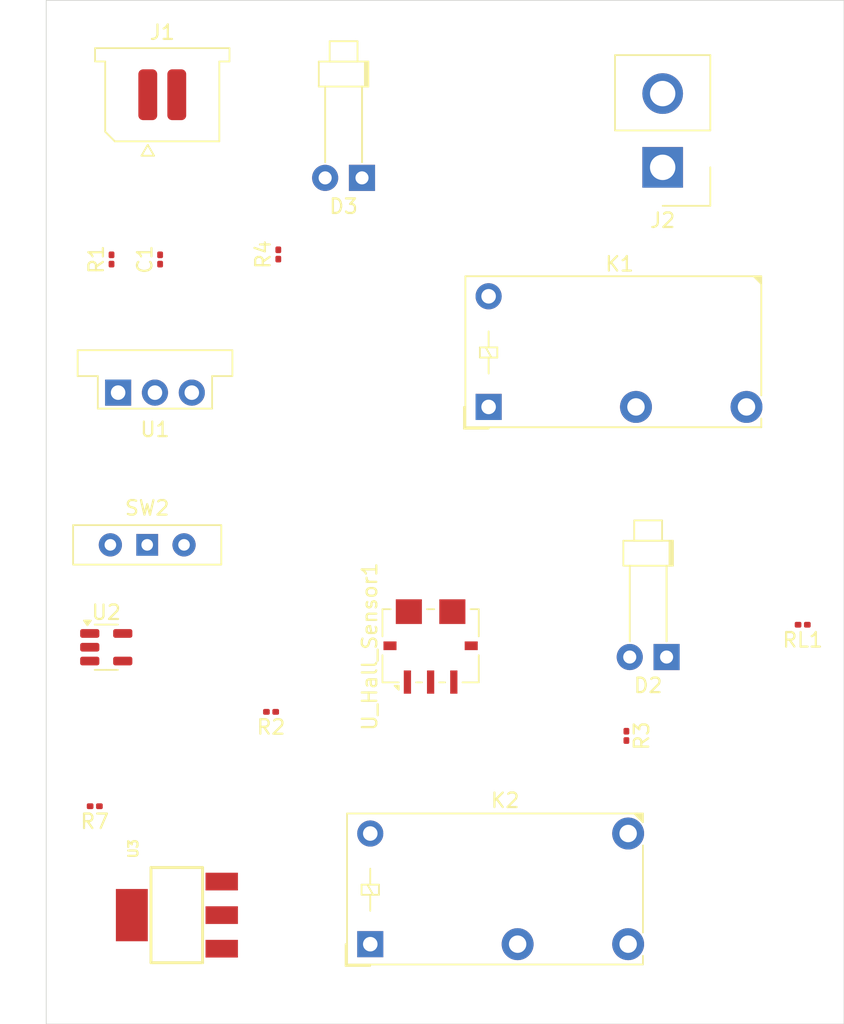
<source format=kicad_pcb>
(kicad_pcb (version 20241229) (generator "pcbnew") (generator_version "9.0")
  (layers (0 "F.Cu" signal) (2 "B.Cu" signal) (13 "F.Paste" user) (15 "B.Paste" user) (5 "F.SilkS" user "F.Silkscreen") (7 "B.SilkS" user "B.Silkscreen") (1 "F.Mask" user) (3 "B.Mask" user) (25 "Edge.Cuts" user))
  (net 0 "")
  (net 1 "Net-(C1-Pad1)")
  (net 2 "GND")
  (net 3 "Net-(D2-A)")
  (net 4 "Net-(D3-A)")
  (net 5 "Net-(J1-Pin_1)")
  (net 7 "/A1_m")
  (net 8 "/5V")
  (net 9 "Net-(K2-PadA1)")
  (net 10 "/36V")
  (net 11 "/VCC")
  (net 12 "/Monitor/556m")
  (net 14 "/SENS")
  (net 15 "Net-(U2-Pad4)")
  (footprint "SCR:SOT223" (layer "F.Cu") (at 91.5 86 90)
    (property "Reference" "U3" (at 4.572 -2.9972 90) (layer "F.SilkS") (effects (font (size 0.64 0.64))))
    (property "Value" "SCR")
    (fp_line (start 3.277 -1.778) (end 3.277 1.778) (stroke (width 0.2032)) (layer "F.SilkS"))
    (fp_line (start -3.277 -1.778) (end 3.277 -1.778) (stroke (width 0.2032)) (layer "F.SilkS"))
    (fp_line (start 3.277 1.778) (end -3.277 1.778) (stroke (width 0.2032)) (layer "F.SilkS"))
    (fp_line (start -3.277 1.778) (end -3.277 -1.778) (stroke (width 0.2032)) (layer "F.SilkS"))
    (pad "1" smd rect (at -2.311 3.099 90) (size 1.219 2.235) (layers "F.Cu" "F.Mask" "F.Paste") (net 9 "Net-(K2-PadA1)"))
    (pad "2" smd rect (at 0 3.099 90) (size 1.219 2.235) (layers "F.Cu" "F.Mask" "F.Paste") (net 8 "/5V"))
    (pad "3" smd rect (at 2.311 3.099 90) (size 1.219 2.235) (layers "F.Cu" "F.Mask" "F.Paste") (net 15 "Net-(U2-Pad4)"))
    (pad "4" smd rect (at 0 -3.099 90) (size 3.6 2.2) (layers "F.Cu" "F.Mask" "F.Paste") (net 8 "/5V"))
  )
  (footprint "Resistor_SMD:R_0201_0603Metric" (layer "F.Cu") (at 87 40.845 90)
    (property "Reference" "R1" (at 0 -1.05 90) (layer "F.SilkS"))
    (property "Value" "1K")
    (pad "1" smd roundrect (at -0.32 0 90) (size 0.46 0.4) (layers "F.Cu" "F.Mask") (net 5 "Net-(J1-Pin_1)"))
    (pad "2" smd roundrect (at 0.32 0 90) (size 0.46 0.4) (layers "F.Cu" "F.Mask") (net 1 "Net-(C1-Pad1)"))
  )
  (footprint "Resistor_SMD:R_0201_0603Metric" (layer "F.Cu") (at 85.845 78.5 180)
    (property "Reference" "R7" (at 0 -1.05 0) (layer "F.SilkS"))
    (property "Value" "80")
    (pad "1" smd roundrect (at -0.32 0 180) (size 0.46 0.4) (layers "F.Cu" "F.Mask") (net 8 "/5V"))
    (pad "2" smd roundrect (at 0.32 0 180) (size 0.46 0.4) (layers "F.Cu" "F.Mask") (net 12 "/Monitor/556m"))
  )
  (footprint "LED_THT:LED_D1.8mm_W1.8mm_H2.4mm_Horizontal_O6.35mm_Z4.9mm" (layer "F.Cu") (at 104.27 35.225 180)
    (property "Reference" "D3" (at 1.27 -1.96 0) (layer "F.SilkS"))
    (property "Value" "LED")
    (fp_line (start 2.98 8.01) (end 2.98 6.29) (stroke (width 0.12)) (layer "F.SilkS"))
    (fp_line (start 2.98 6.29) (end -0.44 6.29) (stroke (width 0.12)) (layer "F.SilkS"))
    (fp_line (start 2.54 6.29) (end 2.54 6.29) (stroke (width 0.12)) (layer "F.SilkS"))
    (fp_line (start 2.54 6.29) (end 2.54 1.08) (stroke (width 0.12)) (layer "F.SilkS"))
    (fp_line (start 2.54 1.08) (end 2.54 6.29) (stroke (width 0.12)) (layer "F.SilkS"))
    (fp_line (start 2.54 1.08) (end 2.54 1.08) (stroke (width 0.12)) (layer "F.SilkS"))
    (fp_line (start 2.23 9.41) (end 2.23 8.01) (stroke (width 0.12)) (layer "F.SilkS"))
    (fp_line (start 2.23 8.01) (end 0.31 8.01) (stroke (width 0.12)) (layer "F.SilkS"))
    (fp_line (start 0.31 9.41) (end 2.23 9.41) (stroke (width 0.12)) (layer "F.SilkS"))
    (fp_line (start 0.31 8.01) (end 0.31 9.41) (stroke (width 0.12)) (layer "F.SilkS"))
    (fp_line (start 0 6.29) (end 0 6.29) (stroke (width 0.12)) (layer "F.SilkS"))
    (fp_line (start 0 6.29) (end 0 1.08) (stroke (width 0.12)) (layer "F.SilkS"))
    (fp_line (start 0 1.08) (end 0 6.29) (stroke (width 0.12)) (layer "F.SilkS"))
    (fp_line (start 0 1.08) (end 0 1.08) (stroke (width 0.12)) (layer "F.SilkS"))
    (fp_line (start -0.2 6.29) (end -0.2 8.01) (stroke (width 0.12)) (layer "F.SilkS"))
    (fp_line (start -0.32 6.29) (end -0.32 8.01) (stroke (width 0.12)) (layer "F.SilkS"))
    (fp_line (start -0.44 8.01) (end 2.98 8.01) (stroke (width 0.12)) (layer "F.SilkS"))
    (fp_line (start -0.44 6.29) (end -0.44 8.01) (stroke (width 0.12)) (layer "F.SilkS"))
    (pad "1" thru_hole rect (at 0 0 180) (size 1.8 1.8) (drill 0.9) (layers "*.Cu" "*.Mask") (net 2 "GND"))
    (pad "2" thru_hole circle (at 2.54 0 180) (size 1.8 1.8) (drill 0.9) (layers "*.Cu" "*.Mask") (net 4 "Net-(D3-A)"))
  )
  (footprint "Converter_DCDC:Converter_DCDC_Murata_OKI-78SR_Vertical" (layer "F.Cu") (at 87.455 50.015)
    (property "Reference" "U1" (at 2.54 2.54 180) (layer "F.SilkS"))
    (property "Value" "OKI-78SR-5_1.5-W36-C")
    (fp_line (start -2.79 -2.92) (end -2.79 -1.14) (stroke (width 0.12)) (layer "F.SilkS"))
    (fp_line (start -1.4 -1.14) (end -2.79 -1.14) (stroke (width 0.12)) (layer "F.SilkS"))
    (fp_line (start -1.4 1.1) (end -1.4 -1.14) (stroke (width 0.12)) (layer "F.SilkS"))
    (fp_line (start 6.48 -1.14) (end 6.48 1.1) (stroke (width 0.12)) (layer "F.SilkS"))
    (fp_line (start 6.48 1.1) (end -1.4 1.1) (stroke (width 0.12)) (layer "F.SilkS"))
    (fp_line (start 7.88 -2.92) (end -2.79 -2.92) (stroke (width 0.12)) (layer "F.SilkS"))
    (fp_line (start 7.88 -1.15) (end 7.88 -2.92) (stroke (width 0.12)) (layer "F.SilkS"))
    (fp_line (start 7.88 -1.14) (end 6.48 -1.14) (stroke (width 0.12)) (layer "F.SilkS"))
    (pad "1" thru_hole rect (at 0 0) (size 1.8 1.8) (drill 1) (layers "*.Cu" "*.Mask") (net 5 "Net-(J1-Pin_1)"))
    (pad "2" thru_hole circle (at 2.54 0) (size 1.8 1.8) (drill 1) (layers "*.Cu" "*.Mask") (net 2 "GND"))
    (pad "3" thru_hole circle (at 5.08 0) (size 1.8 1.8) (drill 1) (layers "*.Cu" "*.Mask") (net 8 "/5V"))
  )
  (footprint "Connector_Samtec_HPM_THT:Samtec_HPM-02-01-x-S_Straight_1x02_Pitch5.08mm" (layer "F.Cu") (at 125 34.5 180)
    (property "Reference" "J2" (at 0 -3.65 0) (layer "F.SilkS"))
    (property "Value" "Conn_01x02_Pin")
    (fp_line (start 3.285 2.54) (end 3.285 7.73) (stroke (width 0.12)) (layer "F.SilkS"))
    (fp_line (start -3.285 7.73) (end 3.285 7.73) (stroke (width 0.12)) (layer "F.SilkS"))
    (fp_line (start -3.285 2.54) (end 3.285 2.54) (stroke (width 0.12)) (layer "F.SilkS"))
    (fp_line (start -3.285 2.54) (end -3.285 7.73) (stroke (width 0.12)) (layer "F.SilkS"))
    (fp_line (start -3.285 0) (end -3.285 -2.65) (stroke (width 0.12)) (layer "F.SilkS"))
    (fp_line (start -3.285 -2.65) (end 0 -2.65) (stroke (width 0.12)) (layer "F.SilkS"))
    (pad "1" thru_hole rect (at 0 0 180) (size 2.8 2.8) (drill 1.75) (layers "*.Cu" "*.Mask") (net 10 "/36V"))
    (pad "2" thru_hole circle (at 0 5.08 180) (size 2.8 2.8) (drill 1.75) (layers "*.Cu" "*.Mask") (net 2 "GND"))
  )
  (footprint "Resistor_SMD:R_0201_0603Metric" (layer "F.Cu") (at 134.655 66 180)
    (property "Reference" "RL1" (at 0 -1.05 0) (layer "F.SilkS"))
    (property "Value" "R")
    (pad "1" smd roundrect (at -0.32 0 180) (size 0.46 0.4) (layers "F.Cu" "F.Mask") (net 10 "/36V"))
    (pad "2" smd roundrect (at 0.32 0 180) (size 0.46 0.4) (layers "F.Cu" "F.Mask") (net 2 "GND"))
  )
  (footprint "Resistor_SMD:R_0201_0603Metric" (layer "F.Cu") (at 122.5 73.655 -90)
    (property "Reference" "R3" (at 0 -1.05 90) (layer "F.SilkS"))
    (property "Value" "2.3K")
    (pad "1" smd roundrect (at -0.32 0 270) (size 0.46 0.4) (layers "F.Cu" "F.Mask") (net 3 "Net-(D2-A)"))
    (pad "2" smd roundrect (at 0.32 0 270) (size 0.46 0.4) (layers "F.Cu" "F.Mask") (net 10 "/36V"))
  )
  (footprint "Connector_Samtec_MicroPower:Samtec_UMPS-02-XX.X-X-V-S_1x02_P2.0mm_Socket" (layer "F.Cu") (at 90.5 29.5)
    (property "Reference" "J1" (at 0 -4.3 0) (layer "F.SilkS"))
    (property "Value" "Conn_01x02_Pin")
    (fp_line (start -4.635 -3.21) (end 4.635 -3.21) (stroke (width 0.12)) (layer "F.SilkS"))
    (fp_line (start -4.635 -2.29) (end -4.635 -3.21) (stroke (width 0.12)) (layer "F.SilkS"))
    (fp_line (start -3.935 -2.29) (end -4.635 -2.29) (stroke (width 0.12)) (layer "F.SilkS"))
    (fp_line (start -3.935 2.545563) (end -3.935 -2.29) (stroke (width 0.12)) (layer "F.SilkS"))
    (fp_line (start -3.270563 3.21) (end -3.935 2.545563) (stroke (width 0.12)) (layer "F.SilkS"))
    (fp_line (start -1.433013 4.2) (end -1 3.45) (stroke (width 0.12)) (layer "F.SilkS"))
    (fp_line (start -1 3.45) (end -0.566987 4.2) (stroke (width 0.12)) (layer "F.SilkS"))
    (fp_line (start -0.566987 4.2) (end -1.433013 4.2) (stroke (width 0.12)) (layer "F.SilkS"))
    (fp_line (start 3.935 -2.29) (end 3.935 3.21) (stroke (width 0.12)) (layer "F.SilkS"))
    (fp_line (start 3.935 3.21) (end -3.270563 3.21) (stroke (width 0.12)) (layer "F.SilkS"))
    (fp_line (start 4.635 -3.21) (end 4.635 -2.29) (stroke (width 0.12)) (layer "F.SilkS"))
    (fp_line (start 4.635 -2.29) (end 3.935 -2.29) (stroke (width 0.12)) (layer "F.SilkS"))
    (pad "1" smd roundrect (at -1 0) (size 1.3 3.5) (layers "F.Cu" "F.Mask" "F.Paste") (net 5 "Net-(J1-Pin_1)"))
    (pad "2" smd roundrect (at 1 0) (size 1.3 3.5) (layers "F.Cu" "F.Mask" "F.Paste") (net 2 "GND"))
  )
  (footprint "Resistor_SMD:R_0201_0603Metric" (layer "F.Cu") (at 98.5 40.5 90)
    (property "Reference" "R4" (at 0 -1.05 90) (layer "F.SilkS"))
    (property "Value" "140")
    (pad "1" smd roundrect (at -0.32 0 90) (size 0.46 0.4) (layers "F.Cu" "F.Mask") (net 4 "Net-(D3-A)"))
    (pad "2" smd roundrect (at 0.32 0 90) (size 0.46 0.4) (layers "F.Cu" "F.Mask") (net 8 "/5V"))
  )
  (footprint "Package_TO_SOT_SMD:SOT-23-5" (layer "F.Cu") (at 86.6375 67.55)
    (property "Reference" "U2" (at 0 -2.4 0) (layer "F.SilkS"))
    (property "Value" "LM397")
    (fp_line (start 0 -1.56) (end -0.8 -1.56) (stroke (width 0.12)) (layer "F.SilkS"))
    (fp_line (start 0 -1.56) (end 0.8 -1.56) (stroke (width 0.12)) (layer "F.SilkS"))
    (fp_line (start 0 1.56) (end -0.8 1.56) (stroke (width 0.12)) (layer "F.SilkS"))
    (fp_line (start 0 1.56) (end 0.8 1.56) (stroke (width 0.12)) (layer "F.SilkS"))
    (fp_poly (pts (xy -1.3 -1.51) (xy -1.54 -1.84) (xy -1.06 -1.84) (xy -1.3 -1.51)) (stroke (width 0.12)) (fill yes) (layer "F.SilkS"))
    (pad "1" smd roundrect (at -1.1375 -0.95) (size 1.325 0.6) (layers "F.Cu" "F.Mask" "F.Paste") (net 14 "/SENS"))
    (pad "2" smd roundrect (at -1.1375 0) (size 1.325 0.6) (layers "F.Cu" "F.Mask" "F.Paste") (net 2 "GND"))
    (pad "3" smd roundrect (at -1.1375 0.95) (size 1.325 0.6) (layers "F.Cu" "F.Mask" "F.Paste") (net 12 "/Monitor/556m"))
    (pad "4" smd roundrect (at 1.1375 0.95) (size 1.325 0.6) (layers "F.Cu" "F.Mask" "F.Paste") (net 15 "Net-(U2-Pad4)"))
    (pad "5" smd roundrect (at 1.1375 -0.95) (size 1.325 0.6) (layers "F.Cu" "F.Mask" "F.Paste") (net 8 "/5V"))
  )
  (footprint "Sensor_Current:Allegro_PSOF-7_4.8x6.4mm_P1.60mm" (layer "F.Cu") (at 109 67.5 90)
    (property "Reference" "U_Hall_Sensor1" (at 0 -4.2 90) (layer "F.SilkS"))
    (property "Value" "ACS780LLRTR-050B-T")
    (fp_line (start 2.57 -3.32) (end 0.7 -3.32) (stroke (width 0.12)) (layer "F.SilkS"))
    (fp_line (start 2.57 -3.32) (end 2.57 -2.75) (stroke (width 0.12)) (layer "F.SilkS"))
    (fp_line (start -0.6 -3.32) (end -2.47 -3.32) (stroke (width 0.12)) (layer "F.SilkS"))
    (fp_line (start -2.47 -3.32) (end -2.47 -2.2) (stroke (width 0.12)) (layer "F.SilkS"))
    (fp_line (start -2.47 -0.6) (end -2.47 -1) (stroke (width 0.12)) (layer "F.SilkS"))
    (fp_line (start 2.57 0.25) (end 2.57 -0.25) (stroke (width 0.12)) (layer "F.SilkS"))
    (fp_line (start -2.47 0.6) (end -2.47 1) (stroke (width 0.12)) (layer "F.SilkS"))
    (fp_line (start 2.57 3.32) (end 2.57 2.75) (stroke (width 0.12)) (layer "F.SilkS"))
    (fp_line (start 2.57 3.32) (end 0.7 3.32) (stroke (width 0.12)) (layer "F.SilkS"))
    (fp_line (start -0.6 3.32) (end -2.47 3.32) (stroke (width 0.12)) (layer "F.SilkS"))
    (fp_line (start -2.47 3.32) (end -2.47 2.2) (stroke (width 0.12)) (layer "F.SilkS"))
    (fp_poly (pts (xy -2.7 -2.2) (xy -2.98 -2.2) (xy -2.7 -2.48) (xy -2.7 -2.2)) (stroke (width 0.12)) (fill yes) (layer "F.SilkS"))
    (pad "1" smd rect (at -2.45 -1.6 90) (size 1.6 0.5) (layers "F.Cu" "F.Mask" "F.Paste") (net 11 "/VCC"))
    (pad "2" smd rect (at -2.45 0 90) (size 1.6 0.5) (layers "F.Cu" "F.Mask" "F.Paste") (net 2 "GND"))
    (pad "3" smd rect (at -2.45 1.6 90) (size 1.6 0.5) (layers "F.Cu" "F.Mask" "F.Paste") (net 14 "/SENS"))
    (pad "4" smd rect (at 0.05 2.8 90) (size 0.6 0.9) (layers "F.Cu" "F.Mask" "F.Paste"))
    (pad "5" smd rect (at 2.4 1.5 90) (size 1.7 1.8) (layers "F.Cu" "F.Mask" "F.Paste") (net 10 "/36V"))
    (pad "6" smd rect (at 2.4 -1.5 90) (size 1.7 1.8) (layers "F.Cu" "F.Mask" "F.Paste") (net 2 "GND"))
    (pad "7" smd rect (at 0.05 -2.8 90) (size 0.6 0.9) (layers "F.Cu" "F.Mask" "F.Paste"))
  )
  (footprint "Resistor_SMD:R_0201_0603Metric" (layer "F.Cu") (at 98 72 180)
    (property "Reference" "R2" (at 0 -1.05 0) (layer "F.SilkS"))
    (property "Value" "50")
    (pad "1" smd roundrect (at -0.32 0 180) (size 0.46 0.4) (layers "F.Cu" "F.Mask") (net 11 "/VCC"))
    (pad "2" smd roundrect (at 0.32 0 180) (size 0.46 0.4) (layers "F.Cu" "F.Mask") (net 8 "/5V"))
  )
  (footprint "Button_Switch_THT:SW_Slide-03_Wuerth-WS-SLTV_10x2.5x6.4_P2.54mm" (layer "F.Cu") (at 89.46 60.5)
    (property "Reference" "SW2" (at 0 -2.54 0) (layer "F.SilkS"))
    (property "Value" "SW_Wuerth_450301014042")
    (fp_rect (start -5.11 -1.36) (end 5.11 1.36) (stroke (width 0.12)) (fill no) (layer "F.SilkS"))
    (pad "1" thru_hole rect (at 0 0) (size 1.5 1.5) (drill 0.8) (layers "*.Cu" "*.Mask") (net 8 "/5V"))
    (pad "2" thru_hole circle (at -2.54 0) (size 1.6 1.6) (drill 0.8) (layers "*.Cu" "*.Mask") (net 8 "/5V"))
    (pad "3" thru_hole circle (at 2.54 0) (size 1.6 1.6) (drill 0.8) (layers "*.Cu" "*.Mask"))
  )
  (footprint "Relay_THT:Relay_SPST_Finder_32.21-x300" (layer "F.Cu") (at 113 51)
    (property "Reference" "K1" (at 9.029214 -9.845556 180) (layer "F.SilkS"))
    (property "Value" "Relay_SPST-NO")
    (fp_line (start -1.7 1.5) (end -1.7 0) (stroke (width 0.12)) (layer "F.SilkS"))
    (fp_line (start -1.6 -9) (end 18.8 -9) (stroke (width 0.12)) (layer "F.SilkS"))
    (fp_line (start -1.6 1.4) (end -1.6 -9) (stroke (width 0.12)) (layer "F.SilkS"))
    (fp_line (start -0.6 -4.1) (end -0.6 -3.4) (stroke (width 0.12)) (layer "F.SilkS"))
    (fp_line (start -0.6 -3.4) (end 0.6 -3.4) (stroke (width 0.12)) (layer "F.SilkS"))
    (fp_line (start 0 -4.1) (end 0 -5.2) (stroke (width 0.12)) (layer "F.SilkS"))
    (fp_line (start 0 -3.4) (end 0 -2.3) (stroke (width 0.12)) (layer "F.SilkS"))
    (fp_line (start 0 1.5) (end -1.7 1.5) (stroke (width 0.12)) (layer "F.SilkS"))
    (fp_line (start 0.2 -3.4) (end -0.2 -4.1) (stroke (width 0.12)) (layer "F.SilkS"))
    (fp_line (start 0.6 -4.1) (end -0.6 -4.1) (stroke (width 0.12)) (layer "F.SilkS"))
    (fp_line (start 0.6 -3.4) (end 0.6 -4.1) (stroke (width 0.12)) (layer "F.SilkS"))
    (fp_line (start 18.279214 -8.995556) (end 18.779214 -8.495556) (stroke (width 0.12)) (layer "F.SilkS"))
    (fp_line (start 18.479214 -8.995556) (end 18.779214 -8.695556) (stroke (width 0.12)) (layer "F.SilkS"))
    (fp_line (start 18.679214 -8.995556) (end 18.779214 -8.895556) (stroke (width 0.12)) (layer "F.SilkS"))
    (fp_line (start 18.779214 -8.795556) (end 18.579214 -8.995556) (stroke (width 0.12)) (layer "F.SilkS"))
    (fp_line (start 18.779214 -8.595556) (end 18.379214 -8.995556) (stroke (width 0.12)) (layer "F.SilkS"))
    (fp_line (start 18.8 -9) (end 18.8 -0.795556) (stroke (width 0.12)) (layer "F.SilkS"))
    (fp_line (start 18.8 0.8) (end 18.8 1.4) (stroke (width 0.12)) (layer "F.SilkS"))
    (fp_line (start 18.8 1.4) (end -1.6 1.4) (stroke (width 0.12)) (layer "F.SilkS"))
    (pad "11" thru_hole circle (at 10.16 0 90) (size 2.2 2.2) (drill 1.2) (layers "*.Cu" "*.Mask"))
    (pad "14" thru_hole circle (at 17.78 0 90) (size 2.2 2.2) (drill 1.2) (layers "*.Cu" "*.Mask") (net 10 "/36V"))
    (pad "A1" thru_hole rect (at 0 0 90) (size 1.8 1.8) (drill 1) (layers "*.Cu" "*.Mask") (net 7 "/A1_m"))
    (pad "A2" thru_hole circle (at 0 -7.62 90) (size 1.8 1.8) (drill 1) (layers "*.Cu" "*.Mask") (net 2 "GND"))
  )
  (footprint "Capacitor_SMD:C_0201_0603Metric" (layer "F.Cu") (at 90.35 40.845 90)
    (property "Reference" "C1" (at 0 -1.05 90) (layer "F.SilkS"))
    (property "Value" "10u")
    (pad "1" smd roundrect (at -0.32 0 90) (size 0.46 0.4) (layers "F.Cu" "F.Mask") (net 1 "Net-(C1-Pad1)"))
    (pad "2" smd roundrect (at 0.32 0 90) (size 0.46 0.4) (layers "F.Cu" "F.Mask") (net 2 "GND"))
  )
  (footprint "Relay_THT:Relay_SPDT_Finder_32.21-x000" (layer "F.Cu") (at 104.84 88)
    (property "Reference" "K2" (at 9.3 -9.9 0) (layer "F.SilkS"))
    (property "Value" "Relay_SPDT")
    (fp_line (start -1.7 1.5) (end -1.7 0) (stroke (width 0.12)) (layer "F.SilkS"))
    (fp_line (start -1.6 -9) (end 18.8 -9) (stroke (width 0.12)) (layer "F.SilkS"))
    (fp_line (start -1.6 1.4) (end -1.6 -9) (stroke (width 0.12)) (layer "F.SilkS"))
    (fp_line (start -0.6 -4.1) (end -0.6 -3.4) (stroke (width 0.12)) (layer "F.SilkS"))
    (fp_line (start -0.6 -3.4) (end 0.6 -3.4) (stroke (width 0.12)) (layer "F.SilkS"))
    (fp_line (start 0 -4.1) (end 0 -5.2) (stroke (width 0.12)) (layer "F.SilkS"))
    (fp_line (start 0 -3.4) (end 0 -2.3) (stroke (width 0.12)) (layer "F.SilkS"))
    (fp_line (start 0 1.5) (end -1.7 1.5) (stroke (width 0.12)) (layer "F.SilkS"))
    (fp_line (start 0.2 -3.4) (end -0.2 -4.1) (stroke (width 0.12)) (layer "F.SilkS"))
    (fp_line (start 0.6 -4.1) (end -0.6 -4.1) (stroke (width 0.12)) (layer "F.SilkS"))
    (fp_line (start 0.6 -3.4) (end 0.6 -4.1) (stroke (width 0.12)) (layer "F.SilkS"))
    (fp_line (start 18.2 -9) (end 18.8 -8.4) (stroke (width 0.12)) (layer "F.SilkS"))
    (fp_line (start 18.6 -9) (end 18.8 -8.8) (stroke (width 0.12)) (layer "F.SilkS"))
    (fp_line (start 18.8 -9) (end 18.8 -8.4) (stroke (width 0.12)) (layer "F.SilkS"))
    (fp_line (start 18.8 -8.7) (end 18.4 -9) (stroke (width 0.12)) (layer "F.SilkS"))
    (fp_line (start 18.8 -8.6) (end 18.4 -9) (stroke (width 0.12)) (layer "F.SilkS"))
    (fp_line (start 18.8 -8.5) (end 18.3 -9) (stroke (width 0.12)) (layer "F.SilkS"))
    (fp_line (start 18.8 -6.8) (end 18.8 -0.8) (stroke (width 0.12)) (layer "F.SilkS"))
    (fp_line (start 18.8 0.8) (end 18.8 1.4) (stroke (width 0.12)) (layer "F.SilkS"))
    (fp_line (start 18.8 1.4) (end -1.6 1.4) (stroke (width 0.12)) (layer "F.SilkS"))
    (pad "11" thru_hole circle (at 10.16 0 90) (size 2.2 2.2) (drill 1.2) (layers "*.Cu" "*.Mask") (net 7 "/A1_m"))
    (pad "12" thru_hole circle (at 17.78 -7.62 90) (size 2.2 2.2) (drill 1.2) (layers "*.Cu" "*.Mask") (net 8 "/5V"))
    (pad "14" thru_hole circle (at 17.78 0 90) (size 2.2 2.2) (drill 1.2) (layers "*.Cu" "*.Mask"))
    (pad "A1" thru_hole rect (at 0 0 90) (size 1.8 1.8) (drill 1) (layers "*.Cu" "*.Mask") (net 9 "Net-(K2-PadA1)"))
    (pad "A2" thru_hole circle (at 0 -7.62 90) (size 1.8 1.8) (drill 1) (layers "*.Cu" "*.Mask") (net 2 "GND"))
  )
  (footprint "LED_THT:LED_D1.8mm_W1.8mm_H2.4mm_Horizontal_O6.35mm_Z4.9mm" (layer "F.Cu") (at 125.27 68.225 180)
    (property "Reference" "D2" (at 1.27 -1.96 0) (layer "F.SilkS"))
    (property "Value" "LED")
    (fp_line (start 2.98 8.01) (end 2.98 6.29) (stroke (width 0.12)) (layer "F.SilkS"))
    (fp_line (start 2.98 6.29) (end -0.44 6.29) (stroke (width 0.12)) (layer "F.SilkS"))
    (fp_line (start 2.54 6.29) (end 2.54 6.29) (stroke (width 0.12)) (layer "F.SilkS"))
    (fp_line (start 2.54 6.29) (end 2.54 1.08) (stroke (width 0.12)) (layer "F.SilkS"))
    (fp_line (start 2.54 1.08) (end 2.54 6.29) (stroke (width 0.12)) (layer "F.SilkS"))
    (fp_line (start 2.54 1.08) (end 2.54 1.08) (stroke (width 0.12)) (layer "F.SilkS"))
    (fp_line (start 2.23 9.41) (end 2.23 8.01) (stroke (width 0.12)) (layer "F.SilkS"))
    (fp_line (start 2.23 8.01) (end 0.31 8.01) (stroke (width 0.12)) (layer "F.SilkS"))
    (fp_line (start 0.31 9.41) (end 2.23 9.41) (stroke (width 0.12)) (layer "F.SilkS"))
    (fp_line (start 0.31 8.01) (end 0.31 9.41) (stroke (width 0.12)) (layer "F.SilkS"))
    (fp_line (start 0 6.29) (end 0 6.29) (stroke (width 0.12)) (layer "F.SilkS"))
    (fp_line (start 0 6.29) (end 0 1.08) (stroke (width 0.12)) (layer "F.SilkS"))
    (fp_line (start 0 1.08) (end 0 6.29) (stroke (width 0.12)) (layer "F.SilkS"))
    (fp_line (start 0 1.08) (end 0 1.08) (stroke (width 0.12)) (layer "F.SilkS"))
    (fp_line (start -0.2 6.29) (end -0.2 8.01) (stroke (width 0.12)) (layer "F.SilkS"))
    (fp_line (start -0.32 6.29) (end -0.32 8.01) (stroke (width 0.12)) (layer "F.SilkS"))
    (fp_line (start -0.44 8.01) (end 2.98 8.01) (stroke (width 0.12)) (layer "F.SilkS"))
    (fp_line (start -0.44 6.29) (end -0.44 8.01) (stroke (width 0.12)) (layer "F.SilkS"))
    (pad "1" thru_hole rect (at 0 0 180) (size 1.8 1.8) (drill 0.9) (layers "*.Cu" "*.Mask") (net 2 "GND"))
    (pad "2" thru_hole circle (at 2.54 0 180) (size 1.8 1.8) (drill 0.9) (layers "*.Cu" "*.Mask") (net 3 "Net-(D2-A)"))
  )
  (gr_rect (start 82.5 23) (end 137.5 93.5) (stroke (width 0.05)) (fill no) (layer "Edge.Cuts"))
)
</source>
